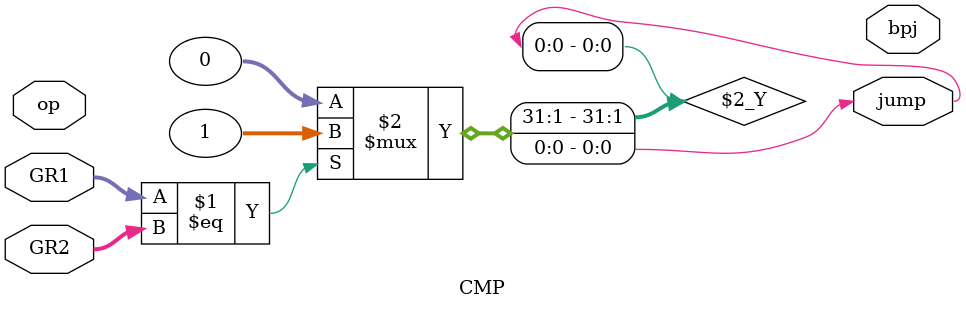
<source format=v>
`timescale 1ns / 1ps
module CMP(GR1,GR2,jump,bpj,op);
input [31:0] GR1,GR2;
input [2:0] op;
output jump,bpj;
assign jump = (GR1 == GR2) ? 1:0;

endmodule

</source>
